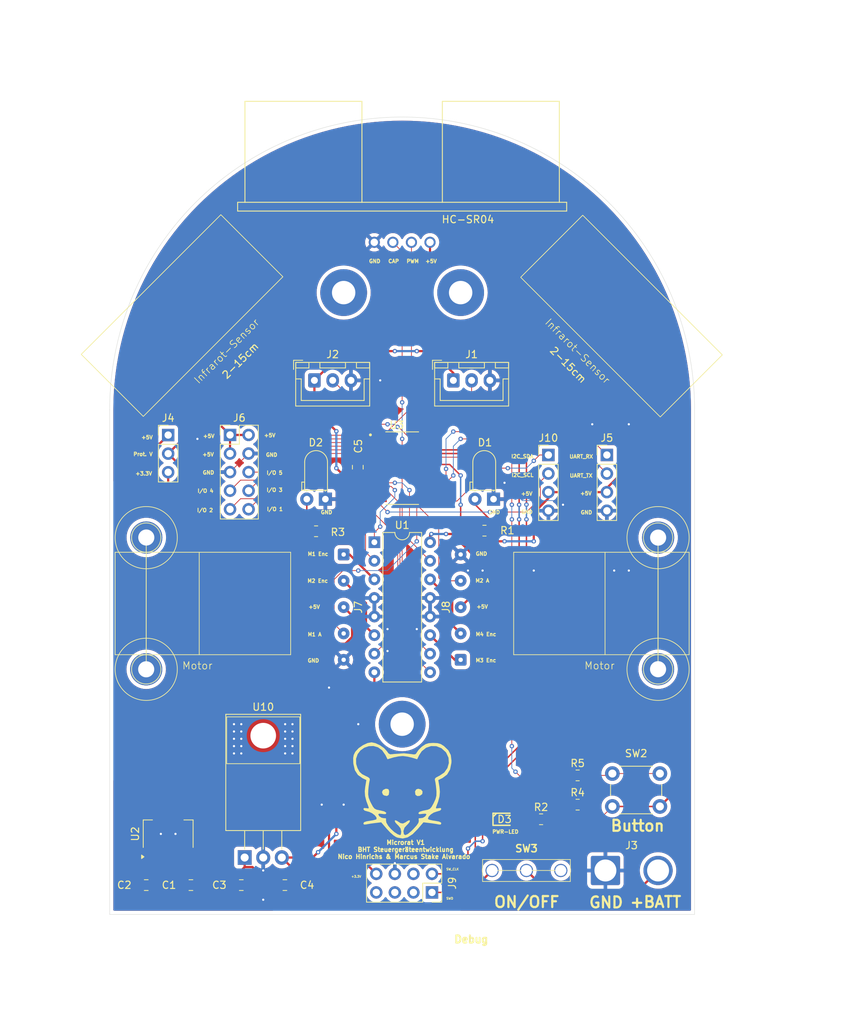
<source format=kicad_pcb>
(kicad_pcb (version 20240108) (generator "pcbnew") (generator_version "8.0")
  (layers (0 "F.Cu" signal) (31 "B.Cu" signal) (34 "B.Paste" user) (35 "F.Paste" user) (36 "B.SilkS" user "B.Silkscreen") (37 "F.SilkS" user "F.Silkscreen") (38 "B.Mask" user) (39 "F.Mask" user) (44 "Edge.Cuts" user))
  (net 0 "")
  (net 1 "Batt_out")
  (net 2 "GND")
  (net 3 "+5V")
  (net 4 "+6V")
  (net 5 "Net-(D1-A)")
  (net 6 "Net-(D2-A)")
  (net 7 "Net-(D3-A)")
  (net 8 "Infra_out1")
  (net 9 "Infra_out2")
  (net 10 "+BATT")
  (net 11 "UART_RX")
  (net 12 "UART_TX")
  (net 13 "Freedig1")
  (net 14 "Freedig3")
  (net 15 "Freedig2")
  (net 16 "Freedig5")
  (net 17 "Freedig4")
  (net 18 "I2C_SCL")
  (net 19 "I2C_SDA")
  (net 20 "M1 Enc")
  (net 21 "M2 Enc")
  (net 22 "M1 A")
  (net 23 "M3 Enc")
  (net 24 "M2 A")
  (net 25 "M4 Enc")
  (net 26 "Auge 2")
  (net 27 "Auge 1")
  (net 28 "Prot. Voltage")
  (net 29 "Input 1")
  (net 30 "Input 3")
  (net 31 "Input 2")
  (net 32 "PWM 1")
  (net 33 "Input 4")
  (net 34 "PWM 2")
  (net 37 "CAP")
  (net 40 "Net-(R4-Pad2)")
  (net 46 "PWM 3")
  (net 49 "SWD")
  (net 51 "+3.3V")
  (net 52 "SW_CLK")
  (net 55 "Button")
  (net 56 "unconnected-(U3-P2.10-Pad7)")
  (footprint "MountingHole:MountingHole_2.2mm_M2_Pad_TopBottom" (layer "F.Cu") (at 273.008574 169.4941)
    (property "Reference" "REF**" (hide yes))
    (property "Value" "MountingHole_2.2mm_M2_Pad_TopBottom" (hide yes))
  )
  (footprint "Connector_JST:JST_XH_B3B-XH-A_1x03_P2.50mm_Vertical" (layer "F.Cu") (at 226 148)
    (property "Reference" "J2")
    (property "Value" "Conn_01x03_Socket" (hide yes))
  )
  (footprint "Connector_PinHeader_2.54mm:PinHeader_1x04_P2.54mm_Vertical" (layer "F.Cu") (at 266 158.2)
    (property "Reference" "J5")
    (property "Value" "Conn_01x04_Pin" (hide yes))
  )
  (footprint "Library:Schiebeschalter" (layer "F.Cu") (at 255 215)
    (property "Reference" "SW3")
    (property "Value" "SW_SPDT" (hide yes))
  )
  (footprint "Button_Switch_THT:SW_PUSH_6mm_H4.3mm" (layer "F.Cu") (at 266.75 201.75)
    (property "Reference" "SW2")
    (property "Value" "SW_MEC_5E" (hide yes))
  )
  (footprint "150060GS75000:LEDC1608X80N" (layer "F.Cu") (at 252 208)
    (property "Reference" "D3")
    (property "Value" "LED")
  )
  (footprint "Library:Motor_Bracket" (layer "F.Cu") (at 278 177 -90)
    (property "Reference" "Motor")
    (property "Value" "Motor_Bracket" (hide yes))
  )
  (footprint "Resistor_SMD:R_0805_2012Metric_Pad1.20x1.40mm_HandSolder" (layer "F.Cu") (at 262 202)
    (property "Reference" "R5")
    (property "Value" "R10K" (hide yes))
  )
  (footprint "Library:Sharp" (layer "F.Cu") (at 273.303301 153 135)
    (property "Reference" "Infrarot-Sensor")
    (property "Value" "Sharp" (hide yes))
  )
  (footprint "Connector_Wire:SolderWire-0.1sqmm_1x05_P3.6mm_D0.4mm_OD1mm" (layer "F.Cu") (at 230 171.8 -90)
    (property "Reference" "J7")
    (property "Value" "Conn_01x05_Pin" (hide yes))
  )
  (footprint "Package_DIP:DIP-16_W7.62mm" (layer "F.Cu") (at 234.2 170.125)
    (property "Reference" "U1")
    (property "Value" "L293D" (hide yes))
  )
  (footprint "Capacitor_SMD:C_0805_2012Metric_Pad1.18x1.45mm_HandSolder" (layer "F.Cu") (at 221.9625 217 180)
    (property "Reference" "C4")
    (property "Value" "C0.1uF" (hide yes))
  )
  (footprint "MountingHole:MountingHole_2.2mm_M2_Pad_TopBottom" (layer "F.Cu") (at 273 187.485525)
    (property "Reference" "REF**" (hide yes))
    (property "Value" "MountingHole_2.2mm_M2_Pad_TopBottom" (hide yes))
  )
  (footprint "Package_TO_SOT_THT:TO-220-3_Horizontal_TabDown" (layer "F.Cu") (at 216.46 213.23)
    (property "Reference" "U10")
    (property "Value" "L7806" (hide yes))
  )
  (footprint "Capacitor_SMD:C_0805_2012Metric_Pad1.18x1.45mm_HandSolder" (layer "F.Cu") (at 203 217 180)
    (property "Reference" "C2")
    (property "Value" "C10uF" (hide yes))
  )
  (footprint "Connector_JST:JST_XH_B3B-XH-A_1x03_P2.50mm_Vertical" (layer "F.Cu") (at 245 148)
    (property "Reference" "J1")
    (property "Value" "Conn_01x03_Socket" (hide yes))
  )
  (footprint "Resistor_SMD:R_0805_2012Metric_Pad1.20x1.40mm_HandSolder" (layer "F.Cu") (at 257 208)
    (property "Reference" "R2")
    (property "Value" "R68" (hide yes))
  )
  (footprint "HC-SR04:XCVR_HC-SR04" (layer "F.Cu") (at 238 129.125 180)
    (property "Reference" "U4" (hide yes))
    (property "Value" "HC-SR04")
  )
  (footprint "Connector_Wire:SolderWire-2.5sqmm_1x02_P7.2mm_D2.4mm_OD3.6mm" (layer "F.Cu") (at 265.8 215)
    (property "Reference" "J3")
    (property "Value" "Conn_01x02_Pin" (hide yes))
  )
  (footprint "MountingHole:MountingHole_3.2mm_M3_Pad_TopBottom" (layer "F.Cu") (at 238 195)
    (property "Reference" "REF**" (hide yes))
    (property "Value" "MountingHole_3.2mm_M3_Pad_TopBottom" (hide yes))
  )
  (footprint "MountingHole:MountingHole_3.2mm_M3_Pad_TopBottom" (layer "F.Cu") (at 246 136)
    (property "Reference" "REF**" (hide yes))
    (property "Value" "MountingHole_3.2mm_M3_Pad_TopBottom" (hide yes))
  )
  (footprint "Connector_PinHeader_2.54mm:PinHeader_1x03_P2.54mm_Vertical" (layer "F.Cu") (at 206 155.475)
    (property "Reference" "J4")
    (property "Value" "Conn_01x03_Socket" (hide yes))
  )
  (footprint "Library:Motor_Bracket" (layer "F.Cu") (at 198 180 90)
    (property "Reference" "Motor")
    (property "Value" "Motor_Bracket" (hide yes))
  )
  (footprint "Connector_PinSocket_2.54mm:PinSocket_2x04_P2.54mm_Vertical" (layer "F.Cu") (at 242.079999 218 -90)
    (property "Reference" "J9")
    (property "Value" "Conn_02x04_Counter_Clockwise" (hide yes))
  )
  (footprint "LED_THT:LED_D3.0mm_Horizontal_O1.27mm_Z2.0mm" (layer "F.Cu") (at 227.499489 164.233924 180)
    (property "Reference" "D2")
    (property "Value" "LED Red" (hide yes))
  )
  (footprint "Resistor_SMD:R_0805_2012Metric_Pad1.20x1.40mm_HandSolder" (layer "F.Cu") (at 226.229231 168.626922 180)
    (property "Reference" "R3")
    (property "Value" "R128" (hide yes))
  )
  (footprint "XMC1402T038X0128AAXUMA1:SOP50P640X120-38N" (layer "F.Cu") (at 238 160)
    (property "Reference" "U3")
    (property "Value" "~")
  )
  (footprint "Connector_Wire:SolderWire-0.1sqmm_1x05_P3.6mm_D0.4mm_OD1mm" (layer "F.Cu") (at 246 186.2 90)
    (property "Reference" "J8")
    (property "Value" "Conn_01x05_Pin" (hide yes))
  )
  (footprint "ratlib:Marcus_Rat" (layer "F.Cu") (at 238.0249 204.062583)
    (property "Reference" "G***" (hide yes))
    (property "Value" "LOGO" (hide yes))
  )
  (footprint "Connector_PinHeader_2.54mm:PinHeader_1x04_P2.54mm_Vertical" (layer "F.Cu") (at 258 158.2)
    (property "Reference" "J10")
    (property "Value" "Conn_01x04_Socket" (hide yes))
  )
  (footprint "Library:Sharp" (layer "F.Cu") (at 221.688582 133.835306 -135)
    (property "Reference" "Infrarot-Sensor")
    (property "Value" "Sharp" (hide yes))
  )
  (footprint "Library:Kühlfläche" (layer "F.Cu") (at 214 194)
    (property "Reference" "REF**" (hide yes))
    (property "Value" "Kühlfläche")
  )
  (footprint "LED_THT:LED_D3.0mm_Horizontal_O1.27mm_Z2.0mm" (layer "F.Cu") (at 250.499489 164.233924 180)
    (property "Reference" "D1")
    (property "Value" "LED Red" (hide yes))
  )
  (footprint "MountingHole:MountingHole_3.2mm_M3_Pad_TopBottom" (layer "F.Cu") (at 230 136)
    (property "Reference" "REF**" (hide yes))
    (property "Value" "MountingHole_3.2mm_M3_Pad_TopBottom" (hide yes))
  )
  (footprint "Resistor_SMD:R_0805_2012Metric_Pad1.20x1.40mm_HandSolder" (layer "F.Cu") (at 249.256957 168.545081 180)
    (property "Reference" "R1")
    (property "Value" "R128" (hide yes))
  )
  (footprint "Capacitor_SMD:C_0805_2012Metric_Pad1.18x1.45mm_HandSolder" (layer "F.Cu") (at 216 217)
    (property "Reference" "C3")
    (property "Value" "C0.33uF" (hide yes))
  )
  (footprint "MountingHole:MountingHole_2.2mm_M2_Pad_TopBottom" (layer "F.Cu") (at 202.994283 187.496958)
    (property "Reference" "REF**" (hide yes))
    (property "Value" "MountingHole_2.2mm_M2_Pad_TopBottom" (hide yes))
  )
  (footprint "Connector_PinHeader_2.54mm:PinHeader_2x05_P2.54mm_Vertical" (layer "F.Cu") (at 214.46 155.46)
    (property "Reference" "J6")
    (property "Value" "Conn_02x05_Counter_Clockwise" (hide yes))
  )
  (footprint "Package_TO_SOT_SMD:SOT-223-3_TabPin2" (layer "F.Cu") (at 206 210 90)
    (property "Reference" "U2")
    (property "Value" "LD1117S50TR_SOT223" (hide yes))
  )
  (footprint "Capacitor_SMD:C_0805_2012Metric_Pad1.18x1.45mm_HandSolder" (layer "F.Cu") (at 209.109636 217)
    (property "Reference" "C1")
    (property "Value" "C100nF" (hide yes))
  )
  (footprint "Resistor_SMD:R_0805_2012Metric_Pad1.20x1.40mm_HandSolder" (layer "F.Cu") (at 262 206)
    (property "Reference" "R4")
    (property "Value" "R100" (hide yes))
  )
  (footprint "MountingHole:MountingHole_2.2mm_M2_Pad_TopBottom" (layer "F.Cu") (at 203.008574 169.481238)
    (property "Reference" "REF**" (hide yes))
    (property "Value" "MountingHole_2.2mm_M2_Pad_TopBottom" (hide yes))
  )
  (footprint "Capacitor_SMD:C_0805_2012Metric_Pad1.18x1.45mm_HandSolder" (layer "F.Cu") (at 231.932116 159.867213 -90)
    (property "Reference" "C5")
    (property "Value" "C100nF" (hide yes))
  )
  (gr_line (start 198 152) (end 198 221) (stroke (width 0.05)) (layer "Edge.Cuts"))
  (gr_arc (start 198 152) (mid 238 112) (end 278 152) (stroke (width 0.05)) (layer "Edge.Cuts"))
  (gr_line (start 278 221) (end 198 221) (stroke (width 0.05)) (layer "Edge.Cuts"))
  (gr_line (start 278 221) (end 278 152) (stroke (width 0.05)) (layer "Edge.Cuts"))
  (gr_text "ON/OFF " (at 250.40309 220.195094 0) (layer "F.SilkS") (effects (font (size 1.5 1.5) (thickness 0.3) (bold yes)) (justify left bottom)))
  (gr_text "+5V" (at 225.129382 179.258854 0) (layer "F.SilkS") (effects (font (size 0.5 0.5) (thickness 0.125)) (justify left bottom)))
  (gr_text "I/O 5" (at 219.395472 160.926898 0) (layer "F.SilkS") (effects (font (size 0.5 0.5) (thickness 0.125)) (justify left bottom)))
  (gr_text "I/O 3" (at 219.395472 163.270972 0) (layer "F.SilkS") (effects (font (size 0.5 0.5) (thickness 0.125)) (justify left bottom)))
  (gr_text "+5V" (at 254.197603 163.786151 0) (layer "F.SilkS") (effects (font (size 0.5 0.5) (thickness 0.125)) (justify left bottom)))
  (gr_text "+5V" (at 202.265645 156.081091 0) (layer "F.SilkS") (effects (font (size 0.5 0.5) (thickness 0.125)) (justify left bottom)))
  (gr_text "GND" (at 219.308655 158.474301 0) (layer "F.SilkS") (effects (font (size 0.5 0.5) (thickness 0.125)) (justify left bottom)))
  (gr_text "+5V" (at 262.293342 163.742742 0) (layer "F.SilkS") (effects (font (size 0.5 0.5) (thickness 0.125)) (justify left bottom)))
  (gr_text "CAP" (at 236.038526 132 0) (layer "F.SilkS") (effects (font (size 0.5 0.5) (thickness 0.125)) (justify left bottom)))
  (gr_text "GND" (at 263.413544 220.244274 0) (layer "F.SilkS") (effects (font (size 1.5 1.5) (thickness 0.3) (bold yes)) (justify left bottom)))
  (gr_text "GND" (at 226.813315 166.325565 0) (layer "F.SilkS") (effects (font (size 0.5 0.5) (thickness 0.125)) (justify left bottom)))
  (gr_text "Prot. V" (at 201.180425 158.381757 0) (layer "F.SilkS") (effects (font (size 0.5 0.5) (thickness 0.125)) (justify left bottom)))
  (gr_text "GND" (at 254.219307 166.282157 0) (layer "F.SilkS") (effects (font (size 0.5 0.5) (thickness 0.125)) (justify left bottom)))
  (gr_text "I/O 2" (at 209.883887 166.043408 0) (layer "F.SilkS") (effects (font (size 0.5 0.5) (thickness 0.125)) (justify left bottom)))
  (gr_text "2-15cm" (at 214 148 45) (layer "F.SilkS") (effects (font (size 1 1)) (justify left bottom)))
  (gr_text "I2C_SDA" (at 252.85193 158.685619 0) (layer "F.SilkS") (effects (font (size 0.5 0.5) (thickness 0.125)) (justify left bottom)))
  (gr_text "PWM" (at 238.541766 132 0) (layer "F.SilkS") (effects (font (size 0.5 0.5) (thickness 0.125)) (justify left bottom)))
  (gr_text "+5V" (at 219.048202 155.804661 0) (layer "F.SilkS") (effects (font (size 0.5 0.5) (thickness 0.125)) (justify left bottom)))
  (gr_text "SWD" (at 244 219 0) (layer "F.SilkS") (effects (font (size 0.3 0.3) (thickness 0.075)) (justify left bottom)))
  (gr_text "GND" (at 262.358455 166.34727 0) (layer "F.SilkS") (effects (font (size 0.5 0.5) (thickness 0.125)) (justify left bottom)))
  (gr_text "GND" (at 225.013625 186.59494 0) (layer "F.SilkS") (effects (font (size 0.5 0.5) (thickness 0.125)) (justify left bottom)))
  (gr_text "UART_RX" (at 260.817443 158.707323 0) (layer "F.SilkS") (effects (font (size 0.5 0.5) (thickness 0.125)) (justify left bottom)))
  (gr_text "GND" (at 249.752419 166.319928 0) (layer "F.SilkS") (effects (font (size 0.5 0.5) (thickness 0.125)) (justify left bottom)))
  (gr_text "2-15cm" (at 258 144 315) (layer "F.SilkS") (effects (font (size 1 1)) (justify left bottom)))
  (gr_text "GND" (at 233.405059 132 0) (layer "F.SilkS") (effects (font (size 0.5 0.5) (thickness 0.125)) (justify left bottom)))
  (gr_text "M2 Enc" (at 224.984686 175.699334 0) (layer "F.SilkS") (effects (font (size 0.5 0.5) (thickness 0.125)) (justify left bottom)))
  (gr_text "+5V" (at 210.708654 155.907456 0) (layer "F.SilkS") (effects (font (size 0.5 0.5) (thickness 0.125)) (justify left bottom)))
  (gr_text "I/O 1" (at 219.438881 165.897204 0) (layer "F.SilkS") (effects (font (size 0.5 0.5) (thickness 0.125)) (justify left bottom)))
  (gr_text "M1 Enc" (at 225.023302 172.029028 0) (layer "F.SilkS") (effects (font (size 0.5 0.5) (thickness 0.125)) (justify left bottom)))
  (gr_text "+5V" (at 241.117354 132 0) (layer "F.SilkS") (effects (font (size 0.5 0.5) (thickness 0.125)) (justify left bottom)))
  (gr_text "I2C_SCL" (at 252.895339 161.246737 0) (layer "F.SilkS") (effects (font (size 0.5 0.5) (thickness 0.125)) (justify left bottom)))
  (gr_text "M1 A" (at 225.023302 183.029028 0) (layer "F.SilkS") (effects (font (size 0.5 0.5) (thickness 0.125)) (justify left bottom)))
  (gr_text "Button" (at 266.358725 209.772455 0) (layer "F.SilkS") (effects (font (size 1.5 1.5) (thickness 0.3) (bold yes)) (justify left bottom)))
  (gr_text "UART_TX" (at 260.860852 161.31185 0) (layer "F.SilkS") (effects (font (size 0.5 0.5) (thickness 0.125)) (justify left bottom)))
  (gr_text "M2 A" (at 247.961384 175.670306 0) (layer "F.SilkS") (effects (font (size 0.5 0.5) (thickness 0.125)) (justify left bottom)))
  (gr_text "+3.3V" (at 201.462582 161.029693 0) (layer "F.SilkS") (effects (font (size 0.5 0.5) (thickness 0.125)) (justify left bottom)))
  (gr_text "Microrat V1\nBHT Steuergeräteentwicklung\nNico Hinrichs & Marcus Stake Alvarado " (at 238.480692 213.460585 0) (layer "F.SilkS") (effects (font (size 0.6 0.6)) (justify bottom)))
  (gr_text "+BATT" (at 269.005 220.189456 0) (layer "F.SilkS") (effects (font (size 1.5 1.5) (thickness 0.3) (bold yes)) (justify left bottom)))
  (gr_text "+5V" (at 210.621837 158.425166 0) (layer "F.SilkS") (effects (font (size 0.5 0.5) (thickness 0.125)) (justify left bottom)))
  (gr_text "Debug" (at 245 225 0) (layer "F.SilkS") (effects (font (size 1 1) (thickness 0.25) (bold yes)) (justify left bottom)))
  (gr_text "I/O 4" (at 209.949 163.395472 0) (layer "F.SilkS") (effects (font (size 0.5 0.5) (thickness 0.125)) (justify left bottom)))
  (gr_text "M4 Enc" (at 248 183 0) (layer "F.SilkS") (effects (font (size 0.5 0.5) (thickness 0.125)) (justify left bottom)))
  (gr_text "GND" (at 210.665245 160.899467 0) (layer "F.SilkS") (effects (font (size 0.5 0.5) (thickness 0.125)) (justify left bottom)))
  (gr_text "GND" (at 248 172 0) (layer "F.SilkS") (effects (font (size 0.5 0.5) (thickness 0.125)) (justify left bottom)))
  (gr_text "+5V" (at 248.10608 179.229826 0) (layer "F.SilkS") (effects (font (size 0.5 0.5) (thickness 0.125)) (justify left bottom)))
  (gr_text "+3.3V" (at 231 216 0) (layer "F.SilkS") (effects (font (size 0.3 0.3) (thickness 0.075)) (justify left bottom)))
  (gr_text "SW_CLK" (at 244 215 0) (layer "F.SilkS") (effects (font (size 0.3 0.3) (thickness 0.075)) (justify left bottom)))
  (gr_text "M3 Enc" (at 247.990323 186.565912 0) (layer "F.SilkS") (effects (font (size 0.5 0.5) (thickness 0.125)) (justify left bottom)))
  (gr_text "PWR-LED" (at 250.26909 210 0) (layer "F.SilkS") (effects (font (size 0.5 0.5) (thickness 0.125) (bold yes)) (justify left bottom)))
  (segment (start 219.9875 217.730456) (end 219.9875 216.9875) (width 0.3) (layer "F.Cu") (net 1))
  (segment (start 219.9875 216.9875) (end 217.53 214.53) (width 0.3) (layer "F.Cu") (net 1))
  (segment (start 245.3 220) (end 221 220) (width 0.3) (layer "F.Cu") (net 1))
  (segment (start 208.725 213.15) (end 208.3 213.15) (width 0.3) (layer "F.Cu") (net 1))
  (segment (start 220 217.742956) (end 219.9875 217.730456) (width 0.3) (layer "F.Cu") (net 1))
  (segment (start 212.575 217) (end 208.725 213.15) (width 0.3) (layer "F.Cu") (net 1))
  (segment (start 208.072136 217) (end 208.072136 213.377864) (width 0.3) (layer "F.Cu") (net 1))
  (segment (start 214.9625 217) (end 212.575 217) (width 0.3) (layer "F.Cu") (net 1))
  (segment (start 220 219) (end 220 217.742956) (width 0.3) (layer "F.Cu") (net 1))
  (segment (start 208.072136 213.377864) (end 208.3 213.15) (width 0.3) (layer "F.Cu") (net 1))
  (segment (start 250.3 215) (end 245.3 220) (width 0.3) (layer "F.Cu") (net 1))
  (segment (start 214.9625 217) (end 214.9625 216.0275) (width 0.3) (layer "F.Cu") (net 1))
  (segment (start 216.46 214.53) (end 216.46 213.23) (width 0.3) (layer "F.Cu") (net 1))
  (segment (start 221 220) (end 220 219) (width 0.3) (layer "F.Cu") (net 1))
  (segment (start 214.9625 216.0275) (end 216.46 214.53) (width 0.3) (layer "F.Cu") (net 1))
  (segment (start 217.53 214.53) (end 216.46 214.53) (width 0.3) (layer "F.Cu") (net 1))
  (segment (start 233.619714 158.829713) (end 231.932116 158.829713) (width 0.2) (layer "F.Cu") (net 2))
  (segment (start 235.06 159.44) (end 234.230001 159.44) (width 0.2) (layer "F.Cu") (net 2))
  (segment (start 250.499489 163.500511) (end 250.499489 164.233924) (width 0.1) (layer "F.Cu") (net 2))
  (segment (start 236.999999 215.46) (end 237 214) (width 0.2) (layer "F.Cu") (net 2))
  (segment (start 234.230001 159.44) (end 233.619714 158.829713) (width 0.2) (layer "F.Cu") (net 2))
  (segment (start 231.761829 159) (end 231.932116 158.829713) (width 0.2) (layer "F.Cu") (net 2))
  (segment (start 235.12 159.5) (end 235.06 159.44) (width 0.2) (layer "F.Cu") (net 2))
  (segment (start 214.46 160.539999) (end 212.933391 160.539999) (width 0.1) (layer "F.Cu") (net 2))
  (segment (start 214.46 160.539999) (end 217 158) (width 0.1) (layer "F.Cu") (net 2))
  (segment (start 212.915029 160.521637) (end 212.933391 160.539999) (width 0.1) (layer "F.Cu") (net 2))
  (segment (start 217 158) (end 219 158) (width 0.1) (layer "F.Cu") (net 2))
  (via (at 215 195) (size 0.6) (drill 0.3) (layers "F.Cu" "B.Cu") (net 2))
  (via (at 267 174) (size 0.6) (drill 0.3) (layers "F.Cu" "B.Cu") (net 2))
  (via (at 256 174) (size 0.6) (drill 0.3) (layers "F.Cu" "B.Cu") (net 2))
  (via (at 223 198) (size 0.6) (drill 0.3) (layers "F.Cu" "B.Cu") (net 2))
  (via (at 216 199) (size 0.6) (drill 0.3) (layers "F.Cu" "B.Cu") (net 2))
  (via (at 228 190) (size 0.6) (drill 0.3) (layers "F.Cu" "B.Cu") (net 2))
  (via (at 252 162) (size 0.6) (drill 0.3) (layers "F.Cu" "B.Cu") (net 2))
  (via (at 219 215) (size 0.6) (drill 0.3) (layers "F.Cu" "B.Cu") (net 2))
  (via (at 237 214) (size 0.6) (drill 0.3) (layers "F.Cu" "B.Cu") (net 2))
  (via (at 222 197) (size 0.6) (drill 0.3) (layers "F.Cu" "B.Cu") (net 2))
  (via (at 222 199) (size 0.6) (drill 0.3) (layers "F.Cu" "B.Cu") (net 2))
  (via (at 223 199) (size 0.6) (drill 0.3) (layers "F.Cu" "B.Cu") (net 2))
  (via (at 222 196) (size 0.6) (drill 0.3) (layers "F.Cu" "B.Cu") (net 2))
  (via (at 264 154) (size 0.6) (drill 0.3) (layers "F.Cu" "B.Cu") (net 2))
  (via (at 240 182) (size 0.6) (drill 0.3) (layers "F.Cu" "B.Cu") (net 2))
  (via (at 216 197) (size 0.6) (drill 0.3) (layers "F.Cu" "B.Cu") (net 2))
  (via (at 269 154) (size 0.6) (drill 0.3) (layers "F.Cu" "B.Cu") (net 2))
  (via (at 227 206) (size 0.6) (drill 0.3) (layers "F.Cu" "B.Cu") (net 2))
  (via (at 235 148) (size 0.6) (drill 0.3) (layers "F.Cu" "B.Cu") (net 2))
  (via (at 215 199) (size 0.6) (drill 0.3) (layers "F.Cu" "B.Cu") (net 2))
  (via (at 216 198) (size 0.6) (drill 0.3) (layers "F.Cu" "B.Cu") (net 2))
  (via (at 215 198) (size 0.6) (drill 0.3) (layers "F.Cu" "B.Cu") (net 2))
  (via (at 232 195) (size 0.6) (drill 0.3) (layers "F.Cu" "B.Cu") (net 2))
  (via (at 215 196) (size 0.6) (drill 0.3) (layers "F.Cu" "B.Cu") (net 2))
  (via (at 236 182) (size 0.6) (drill 0.3) (layers "F.Cu" "B.Cu") (net 2))
  (via (at 215 197) (size 0.6) (drill 0.3) (layers "F.Cu" "B.Cu") (net 2))
  (via (at 222 198) (size 0.6) (drill 0.3) (layers "F.Cu" "B.Cu") (net 2))
  (via (at 210 156) (size 0.6) (drill 0.3) (layers "F.Cu" "B.Cu") (net 2))
  (via (at 207 210) (size 0.6) (drill 0.3) (layers "F.Cu" "B.Cu") (net 2))
  (via (at 249 174) (size 0.6) (drill 0.3) (layers "F.Cu" "B.Cu") (net 2))
  (via (at 223 195) (size 0.6) (drill 0.3) (layers "F.Cu" "B.Cu") (net 2))
  (via (at 260 165) (size 0.6) (drill 0.3) (layers "F.Cu" "B.Cu") (net 2))
  (via (at 216 195) (size 0.6) (drill 0.3) (layers "F.Cu" "B.Cu") (net 2))
  (via (at 247 174) (size 0.6) (drill 0.3) (layers "F.Cu" "B.Cu") (net 2))
  (via (at 223 196) (size 0.6) (drill 0.3) (layers "F.Cu" "B.Cu") (net 2))
  (via (at 222 195) (size 0.6) (drill 0.3) (layers "F.Cu" "B.Cu") (net 2))
  (via (at 236 185) (size 0.6) (drill 0.3) (layers "F.Cu" "B.Cu") (net 2))
  (via (at 223 197) (size 0.6) (drill 0.3) (layers "F.Cu" "B.Cu") (net 2))
  (via (at 205 210) (size 0.6) (drill 0.3) (layers "F.Cu" "B.Cu") (net 2))
  (via (at 230 206) (size 0.6) (drill 0.3) (layers "F.Cu" "B.Cu") (net 2))
  (via (at 269 174) (size 0.6) (drill 0.3) (layers "F.Cu" "B.Cu") (net 2))
  (via (at 216 196) (size 0.6) (drill 0.3) (layers "F.Cu" "B.Cu") (net 2))
  (via (at 219 219) (size 0.6) (drill 0.3) (layers "F.Cu" "B.Cu") (net 2))
  (segment (start 259.431091 164.431091) (end 254.431091 164.431091) (width 0.1) (layer "B.Cu") (net 2))
  (segment (start 254.431091 164.431091) (end 252 162) (width 0.1) (layer "B.Cu") (net 2))
  (segment (start 260 165) (end 259.431091 164.431091) (width 0.1) (layer "B.Cu") (net 2))
  (segment (start 206.2625 155.475) (end 206 155.475) (width 0.3) (layer "F.Cu") (net 3))
  (segment (start 204.0375 217) (end 204.0375 215.1125) (width 0.3) (layer "F.Cu") (net 3))
  (segment (start 206 155.475) (end 203.7375 157.7375) (width 0.3) (layer "F.Cu") (net 3))
  (segment (start 203.7375 157.7375) (end 199 162.475) (width 0.3) (layer "F.Cu") (net 3))
  (segment (start 203.85 206.85) (end 206 206.85) (width 0.3) (layer "F.Cu") (net 3))
  (segment (start 199 202) (end 203.85 206.85) (width 0.3) (layer "F.Cu") (net 3))
  (segment (start 204.0375 215.1125) (end 206 213.15) (width 0.3) (layer "F.Cu") (net 3))
  (segment (start 199 162.475) (end 199 202) (width 0.3) (layer "F.Cu") (net 3))
  (segment (start 206 206.85) (end 206 213.15) (width 0.3) (layer "F.Cu") (net 3))
  (segment (start 234.2 190.8) (end 234.2 187.905) (width 0.3) (layer "F.Cu") (net 4))
  (segment (start 229 210) (end 229 196) (width 0.3) (layer "F.Cu") (net 4))
  (segment (start 223 214.69) (end 221.54 213.23) (width 0.3) (layer "F.Cu") (net 4))
  (segment (start 226.5 212.5) (end 225.77 213.23) (width 0.3) (layer "F.Cu") (net 4))
  (segment (start 229 196) (end 234.2 190.8) (width 0.3) (layer "F.Cu") (net 4))
  (segment (start 223 217) (end 223 214.69) (width 0.3) (layer "F.Cu") (net 4))
  (segment (start 225.77 213.23) (end 221.54 213.23) (width 0.3) (layer "F.Cu") (net 4))
  (via (at 226.5 212.5) (size 0.6) (drill 0.3) (layers "F.Cu" "B.Cu") (net 4))
  (via (at 229 210) (size 0.6) (drill 0.3) (layers "F.Cu" "B.Cu") (net 4))
  (segment (start 229 210) (end 226.5 212.5) (width 0.3) (layer "B.Cu") (net 4))
  (segment (start 250.256957 168.545081) (end 250.256957 167.256957) (width 0.2) (layer "F.Cu") (net 5))
  (segment (start 247.959489 164.959489) (end 247.959489 164.233924) (width 0.2) (layer "F.Cu") (net 5))
  (segment (start 250.256957 167.256957) (end 247.959489 164.959489) (width 0.2) (layer "F.Cu") (net 5))
  (segment (start 224.959489 164.233924) (end 224.959489 166.35718) (width 0.2) (layer "F.Cu") (net 6))
  (segment (start 224.959489 166.35718) (end 227.229231 168.626922) (width 0.2) (layer "F.Cu") (net 6))
  (segment (start 256 208) (end 252.4075 208) (width 0.1) (layer "F.Cu") (net 7))
  (segment (start 241.659999 156.5) (end 247.5 150.659999) (width 0.1) (layer "F.Cu") (net 8))
  (segment (start 240.88 156.5) (end 241.659999 156.5) (width 0.1) (layer "F.Cu") (net 8))
  (segment (start 247.5 150.659999) (end 247.5 148) (width 0.1) (layer "F.Cu") (net 8))
  (segment (start 237.488796 154.362818) (end 240.125978 157) (width 0.1) (layer "F.Cu") (net 9))
  (segment (start 234.5 154) (end 228.5 148) (width 0.1) (layer "F.Cu") (net 9))
  (segment (start 237.362818 154.362818) (end 237.488796 154.362818) (width 0.1) (layer "F.Cu") (net 9))
  (segment (start 240.125978 157) (end 240.88 157) (width 0.1) (layer "F.Cu") (net 9))
  (segment (start 236 154) (end 234.5 154) (width 0.1) (layer "F.Cu") (net 9))
  (via (at 236 154) (size 0.6) (drill 0.3) (layers "F.Cu" "B.Cu") (net 9))
  (via (at 237.362818 154.362818) (size 0.6) (drill 0.3) (layers "F.Cu" "B.Cu") (net 9))
  (segment (start 236 154) (end 237 154) (width 0.1) (layer "B.Cu") (net 9))
  (segment (start 237 154) (end 237.362818 154.362818) (width 0.1) (layer "B.Cu") (net 9))
  (segment (start 270 218) (end 258 218) (width 0.3) (layer "F.Cu") (net 10))
  (segment (start 273 215) (end 270 218) (width 0.3) (layer "F.Cu") (net 10))
  (segment (start 258 218) (end 255 215) (width 0.3) (layer "F.Cu") (net 10))
  (segment (start 244 161.117868) (end 244 160.1) (width 0.1) (layer "F.Cu") (net 11))
  (segment (start 242.617868 162.5) (end 244 161.117868) (width 0.1) (layer "F.Cu") (net 11))
  (segment (start 240.88 162.5) (end 242.617868 162.5) (width 0.1) (layer "F.Cu") (net 11))
  (segment (start 262.8 155) (end 266 158.2) (width 0.1) (layer "F.Cu") (net 11))
  (segment (start 245 155) (end 262.8 155) (width 0.1) (layer "F.Cu") (net 11))
  (via (at 245 155) (size 0.6) (drill 0.3) (layers "F.Cu" "B.Cu") (net 11))
  (via (at 244 160.1) (size 0.6) (drill 0.3) (layers "F.Cu" "B.Cu") (net 11))
  (segment (start 244 160.1) (end 244 156) (width 0.1) (layer "B.Cu") (net 11))
  (segment (start 244 156) (end 245 155) (width 0.1) (layer "B.Cu") (net 11))
  (segment (start 243 163) (end 240.88 163) (width 0.1) (layer "F.Cu") (net 12))
  (segment (start 245 161) (end 243 163) (width 0.1) (layer "F.Cu") (net 12))
  (segment (start 261.26 156) (end 266 160.74) (width 0.1) (layer "F.Cu") (net 12))
  (segment (start 246 156) (end 261.26 156) (width 0.1) (layer "F.Cu") (net 12))
  (via (at 245 161) (size 0.6) (drill 0.3) (layers "F.Cu" "B.Cu") (net 12))
  (via (at 246 156) (size 0.6) (drill 0.3) (layers "F.Cu" "B.Cu") (net 12))
  (segment (start 245 157) (end 246 156) (width 0.1) (layer "B.Cu") (net 12))
  (segment (start 245 161) (end 245 157) (width 0.1) (layer "B.Cu") (net 12))
  (segment (start 225.12 157.5) (end 217 165.62) (width 0.1) (layer "F.Cu") (net 13))
  (segment (start 235.12 157.5) (end 225.12 157.5) (width 0.1) (layer "F.Cu") (net 13))
  (segment (start 223.58 156.5) (end 217 163.08) (width 0.1) (layer "F.Cu") (net 14))
  (segment (start 235.12 156.5) (end 223.58 156.5) (width 0.1) (layer "F.Cu") (net 14))
  (segment (start 235.12 157) (end 225 157) (width 0.1) (layer "F.Cu") (net 15))
  (segment (start 215.9 164.18) (end 214.46 165.62) (width 0.1) (layer "F.Cu") (net 15))
  (segment (start 217.82 164.18) (end 215.9 164.18) (width 0.1) (layer "F.Cu") (net 15))
  (segment (start 225 157) (end 217.82 164.18) (width 0.1) (layer "F.Cu") (net 15))
  (segment (start 235.12 155.5) (end 223.5 155.5) (width 0.1) (layer "F.Cu") (net 16))
  (segment (start 223.5 155.5) (end 218.46 160.54) (width 0.1) (layer "F.Cu") (net 16))
  (segment (start 218.46 160.54) (end 217 160.54) (width 0.1) (layer "F.Cu") (net 16))
  (segment (start 235.12 156) (end 223.655736 156) (width 0.1) (layer "F.Cu") (net 17))
  (segment (start 223.655736 156) (end 218.015736 161.64) (width 0.1) (layer "F.Cu") (net 17))
  (segment (start 215.9 161.64) (end 214.46 163.08) (width 0.1) (layer "F.Cu") (net 17))
  (segment (start 218.015736 161.64) (end 215.9 161.64) (width 0.1) (layer "F.Cu") (net 17))
  (segment (start 256.9 161.84) (end 258 160.74) (width 0.1) (layer "F.Cu") (net 18))
  (segment (start 250 166) (end 255 166) (width 0.1) (layer "F.Cu") (net 18))
  (segment (start 255 166) (end 256.9 164.1) (width 0.1) (layer "F.Cu") (net 18))
  (segment (start 256.9 164.1) (end 256.9 161.84) (width 0.1) (layer "F.Cu") (net 18))
  (segment (start 236 166) (end 235.12 165.12) (width 0.1) (layer "F.Cu") (net 18))
  (segment (start 235.12 165.12) (end 235.12 164.5) (width 0.1) (layer "F.Cu") (net 18))
  (via (at 236 166) (size 0.6) (drill 0.3) (layers "F.Cu" "B.Cu") (net 18))
  (via (at 250 166) (size 0.6) (drill 0.3) (layers "F.Cu" "B.Cu") (net 18))
  (segment (start 236 166) (end 250 166) (width 0.1) (layer "B.Cu") (net 18))
  (segment (start 245.5 164.5) (end 250 160) (width 0.1) (layer "F.Cu") (net 19))
  (segment (start 256.8 158.2) (end 258 158.2) (width 0.1) (layer "F.Cu") (net 19))
  (segment (start 240.88 164.5) (end 245.5 164.5) (width 0.1) (layer "F.Cu") (net 19))
  (segment (start 256 159) (end 256.8 158.2) (width 0.1) (layer "F.Cu") (net 19))
  (segment (start 250 160) (end 252.45 160) (width 0.1) (layer "F.Cu") (net 19))
  (via (at 256 159) (size 0.6) (drill 0.3) (layers "F.Cu" "B.Cu") (net 19))
  (via (at 252.45 160) (size 0.6) (drill 0.3) (layers "F.Cu" "B.Cu") (net 19))
  (segment (start 252.45 160) (end 255 160) (width 0.1) (layer "B.Cu") (net 19))
  (segment (start 255 160) (end 256 159) (width 0.1) (layer "B.Cu") (net 19))
  (segment (start 230.795 171.8) (end 234.2 175.205) (width 0.3) (layer "F.Cu") (net 20))
  (segment (start 230 171.8) (end 230.795 171.8) (width 0.3) (layer "F.Cu") (net 20))
  (segment (start 233.05 181.675) (end 234.2 182.825) (width 0.3) (layer "F.Cu") (net 21))
  (segment (start 233.05 178.45) (end 233.05 181.675) (width 0.3) (layer "F.Cu") (net 21))
  (segment (start 230 175.4) (end 233.05 178.45) (width 0.3) (layer "F.Cu") (net 21))
  (segment (start 228.7 175.215075) (end 228.7 181.3) (width 0.1) (layer "F.Cu") (net 22))
  (segment (start 239.55 164.075978) (end 239.55 164.974264) (width 0.1) (layer "F.Cu") (net 22))
  (segment (start 240.125978 163.5) (end 239.55 164.075978) (width 0.1) (layer "F.Cu") (net 22))
  (segment (start 240 165.424264) (end 240 170) (width 0.1) (layer "F.Cu") (net 22))
  (segment (start 240.88 163.5) (end 240.125978 163.5) (width 0.1) (layer "F.Cu") (net 22))
  (segment (start 229.915075 174) (end 228.7 175.215075) (width 0.1) (layer "F.Cu") (net 22))
  (segment (start 228.7 181.3) (end 230 182.6) (width 0.1) (layer "F.Cu") (net 22))
  (segment (start 239.55 164.974264) (end 240 165.424264) (width 0.1) (layer "F.Cu") (net 22))
  (segment (start 232 174) (end 229.915075 174) (width 0.1) (layer "F.Cu") (net 22))
  (via (at 240 170) (size 0.6) (drill 0.3) (layers "F.Cu" "B.Cu") (net 22))
  (via (at 232 174) (size 0.6) (drill 0.3) (layers "F.Cu" "B.Cu") (net 22))
  (segment (start 240 170) (end 236 174) (width 0.1) (layer "B.Cu") (net 22))
  (segment (start 236 174) (end 232 174) (width 0.1) (layer "B.Cu") (net 22))
  (segment (start 246 186.2) (end 245.195 186.2) (width 0.3) (layer "F.Cu") (net 23))
  (segment (start 245.195 186.2) (end 241.82 182.825) (width 0.3) (layer "F.Cu") (net 23))
  (segment (start 243 168) (end 243 175) (width 0.1) (layer "F.Cu") (net 24))
  (segment (start 239.85 164.85) (end 243 168) (width 0.1) (layer "F.Cu") (net 24))
  (segment (start 243 175) (end 243.4 175.4) (width 0.1) (layer "F.Cu") (net 24))
  (segment (start 240.88 164) (end 240.100001 164) (width 0.1) (layer "F.Cu") (net 24))
  (segment (start 243.4 175.4) (end 246 175.4) (width 0.1) (layer "F.Cu") (net 24))
  (segment (start 239.85 164.250001) (end 239.85 164.85) (width 0.1) (layer "F.Cu") (net 24))
  (segment (start 240.100001 164) (end 239.85 164.250001) (width 0.1) (layer "F.Cu") (net 24))
  (segment (start 244.85 178.235) (end 241.82 175.205) (width 0.3) (layer "F.Cu") (net 25))
  (segment (start 244.85 181.45) (end 244.85 178.235) (width 0.3) (layer "F.Cu") (net 25))
  (segment (start 246 182.6) (end 244.85 181.45) (width 0.3) (layer "F.Cu") (net 25))
  (segment (start 246 165) (end 246 168) (width 0.2) (layer "F.Cu") (net 26))
  (segment (start 246.545081 168.545081) (end 248.256957 168.545081) (width 0.2) (layer "F.Cu") (net 26))
  (segment (start 240.88 159.5) (end 244.5 159.5) (width 0.2) (layer "F.Cu") (net 26))
  (segment (start 244.5 159.5) (end 246 161) (width 0.2) (layer "F.Cu") (net 26))
  (segment (start 246 168) (end 246.545081 168.545081) (width 0.2) (layer "F.Cu") (net 26))
  (via (at 246 165) (size 0.6) (drill 0.3) (layers "F.Cu" "B.Cu") (net 26))
  (via (at 246 161) (size 0.6) (drill 0.3) (layers "F.Cu" "B.Cu") (net 26))
  (segment (start 246 165) (end 246 161) (width 0.2) (layer "B.Cu") (net 26))
  (segment (start 223.022132 160.022132) (end 223.022132 166.419823) (width 0.1) (layer "F.Cu") (net 27))
  (segment (start 223.022132 166.419823) (end 225.229231 168.626922) (width 0.1) (layer "F.Cu") (net 27))
  (segment (start 235.112213 157.992213) (end 225.052051 157.992213) (width 0.1) (layer "F.Cu") (net 27))
  (segment (start 225.052051 157.992213) (end 223.022132 160.022132) (width 0.1) (layer "F.Cu") (net 27))
  (segment (start 235.12 158) (end 235.112213 157.992213) (width 0.1) (layer "F.Cu") (net 27))
  (segment (start 225 184) (end 223 182) (width 0.3) (layer "F.Cu") (net 28))
  (segment (start 256.5 144.5) (end 268 156) (width 0.3) (layer "F.Cu") (net 28))
  (segment (start 244 169) (end 244.826346 169) (width 0.3) (layer "F.Cu") (net 28))
  (segment (start 230 179) (end 231.15 180.15) (width 0.3) (layer "F.Cu") (net 28))
  (segment (start 273.25 206.25) (end 267.244974 206.25) (width 0.2) (layer "F.Cu") (net 28))
  (segment (start 212 153) (end 211.015 153) (width 0.3) (layer "F.Cu") (net 28))
  (segment (start 226 152) (end 225 153) (width 0.3) (layer "F.Cu") (net 28))
  (segment (start 248 172.173654) (end 250.173654 170) (width 0.3) (layer "F.Cu") (net 28))
  (segment (start 275 204.500001) (end 273.532843 205.967158) (width 0.3) (layer "F.Cu") (net 28))
  (segment (start 258 163.28) (end 266 163.28) (width 0.3) (layer "F.Cu") (net 28))
  (segment (start 248 172.173654) (end 248 177) (width 0.3) (layer "F.Cu") (net 28))
  (segment (start 230 144) (end 226 148) (width 0.3) (layer "F.Cu") (net 28))
  (segment (start 267.244974 206.25) (end 266.997487 206.002513) (width 0.2) (layer "F.Cu") (net 28))
  (segment (start 208 160.015) (end 206 158.015) (width 0.3) (layer "F.Cu") (net 28))
  (segment (start 245 148) (end 245 147) (width 0.3) (layer "F.Cu") (net 28))
  (segment (start 266.75 206.25) (end 265 208) (width 0.1) (layer "F.Cu") (net 28))
  (segment (start 242 144) (end 242.5 144.5) (width 0.3) (layer "F.Cu") (net 28))
  (segment (start 231.15 180.15) (end 231.15 183.076346) (width 0.3) (layer "F.Cu") (net 28))
  (segment (start 258 164.122943) (end 258 163.28) (width 0.3) (layer "F.Cu") (net 28))
  (segment (start 229.904713 160.904713) (end 231.932116 160.904713) (width 0.3) (layer "F.Cu") (net 28))
  (segment (start 230.226346 184) (end 225 184) (width 0.3) (layer "F.Cu") (net 28))
  (segment (start 268 193) (end 275 200) (width 0.3) (layer "F.Cu") (net 28))
  (segment (start 241.62 144) (end 240 144) (width 0.3) (layer "F.Cu") (net 28))
  (segment (start 244.826346 169) (end 248 172.173654) (width 0.3) (layer "F.Cu") (net 28))
  (segment (start 214.46 155.46) (end 212 153) (width 0.3) (layer "F.Cu") (net 28))
  (segment (start 214.46 155.46) (end 214.46 158) (width 0.3) (layer "F.Cu") (net 28))
  (segment (start 241.82 169.18) (end 242 169) (width 0.3) (layer "F.Cu") (net 28))
  (segment (start 241.82 170.125) (end 241.82 169.18) (width 0.3) (layer "F.Cu") (net 28))
  (segment (start 266 162.714315) (end 266 163.28) (width 0.3) (layer "F.Cu") (net 28))
  (segment (start 256 166.122943) (end 258 164.122943) (width 0.3) (layer "F.Cu") (net 28))
  (segment (start 237 144) (end 230 144) (width 0.3) (layer "F.Cu") (net 28))
  (segment (start 248 177) (end 246 179) (width 0.3) (layer "F.Cu") (net 28))
  (segment (start 242 144) (end 241.81 143.81) (width 0.3) (layer "F.Cu") (net 28))
  (segment (start 242.5 144.5) (end 256.5 144.5) (width 0.3) (layer "F.Cu") (net 28))
  (segment (start 250.173654 170) (end 252 170) (width 0.3) (layer "F.Cu") (net 28))
  (segment (start 265 208) (end 258 208) (width 0.1) (layer "F.Cu") (net 28))
  (segment (start 223 171) (end 220 168) (width 0.3) (layer "F.Cu") (net 28))
  (segment (start 220 168) (end 211 168) (width 0.3) (layer "F.Cu") (net 28))
  (segment (start 223 182) (end 223 171) (width 0.3) (layer "F.Cu") (net 28))
  (segment (start 275 200) (end 275 204.500001) (width 0.3) (layer "F.Cu") (net 28))
  (segment (start 232.836829 160) (end 231.932116 160.904713) (width 0.3) (layer "F.Cu") (net 28))
  (segment (start 268 156) (end 268 160) (width 0.3) (layer "F.Cu") (net 28))
  (segment (start 235.12 160) (end 232.836829 160) (width 0.3) (layer "F.Cu") (net 28))
  (segment (start 245 147) (end 242 144) (width 0.3) (layer "F.Cu") (net 28))
  (segment (start 227.05 153) (end 225 153) (width 0.3) (layer "F.Cu") (net 28))
  (segment (start 226 148) (end 226 152) (width 0.3) (layer "F.Cu") (net 28))
  (segment (start 241.81 143.81) (end 241.81 129.125) (width 0.3) (layer "F.Cu") (net 28))
  (segment (start 256 170) (end 256 166.122943) (width 0.3) (layer "F.Cu") (net 28))
  (segment (start 229 160) (end 229.904713 160.904713) (width 0.3) (layer "F.Cu") (net 28))
  (segment (start 211.015 153) (end 206 158.015) (width 0.3) (layer "F.Cu") (net 28))
  (segment (start 268 160) (end 268 160.714315) (width 0.3) (layer "F.Cu") (net 28))
  (segment (start 231.15 183.076346) (end 230.226346 184) (width 0.3) (layer "F.Cu") (net 28))
  (segment (start 225 153) (end 212 153) (width 0.3) (layer "F.Cu") (net 28))
  (segment (start 211 168) (end 208 165) (width 0.3) (layer "F.Cu") (net 28))
  (segment (start 214.46 155.46) (end 217 155.46) (width 0.3) (layer "F.Cu") (net 28))
  (segment (start 241.81 143.81) (end 241.62 144) (width 0.3) (layer "F.Cu") (net 28))
  (segment (start 268 160) (end 268 193) (width 0.3) (layer "F.Cu") (net 28))
  (segment (start 268 160.714315) (end 266 162.714315) (width 0.3) (layer "F.Cu") (net 28))
  (segment (start 208 165) (end 208 160.015) (width 0.3) (layer "F.Cu") (net 28))
  (segment (start 229 154.95) (end 227.05 153) (width 0.3) (layer "F.Cu") (net 28))
  (via (at 256 170) (size 0.6) (drill 0.3) (layers "F.Cu" "B.Cu") (net 28))
  (via (at 244 169) (size 0.6) (drill 0.3) (layers "F.Cu" "B.Cu") (net 28))
  (via (at 252 170) (size 0.6) (drill 0.3) (layers "F.Cu" "B.Cu") (net 28))
  (via (at 229 154.95) (size 0.6) (drill 0.3) (layers "F.Cu" "B.Cu") (net 28))
  (via (at 229 160) (size 0.6) (drill 0.3) (layers "F.Cu" "B.Cu") (net 28))
  (via (at 242 169) (size 0.6) (drill 0.3) (layers "F.Cu" "B.Cu") (net 28))
  (via (at 237 144) (size 0.6) (drill 0.3) (layers "F.Cu" "B.Cu") (net 28))
  (via (at 240 144) (size 0.6) (drill 0.3) (layers "F.Cu" "B.Cu") (net 28))
  (segment (start 242 169) (end 244 169) (width 0.3) (layer "B.Cu") (net 28))
  (segment (start 252 170) (end 256 170) (width 0.3) (layer "B.Cu") (net 28))
  (segment (start 238 144) (end 237 144) (width 0.3) (layer "B.Cu") (net 28))
  (segment (start 229 154.95) (end 229 160) (width 0.3) (layer "B.Cu") (net 28))
  (segment (start 240 144) (end 238 144) (width 0.3) (layer "B.Cu") (net 28))
  (segment (start 234.25 160.5) (end 233 161.75) (width 0.1) (layer "F.Cu") (net 29))
  (segment (start 233 161.75) (end 233 171.465) (width 0.1) (layer "F.Cu") (net 29))
  (segment (start 233 171.465) (end 234.2 172.665) (width 0.1) (layer "F.Cu") (net 29))
  (segment (start 235.12 160.5) (end 234.25 160.5) (width 0.1) (layer "F.Cu") (net 29))
  (segment (start 237.5 161) (end 238 161.5) (width 0.1) (layer "F.Cu") (net 30))
  (segment (start 238 181.545) (end 241.82 185.365) (width 0.1) (layer "F.Cu") (net 30))
  (segment (start 235.899999 161.5) (end 236.399999 161) (width 0.1) (layer "F.Cu") (net 30))
  (segment (start 238 161.5) (end 238 167) (width 0.1) (layer "F.Cu") (net 30))
  (segment (start 236.399999 161) (end 237.5 161) (width 0.1) (layer "F.Cu") (net 30))
  (segment (start 235.12 161.5) (end 235.899999 161.5) (width 0.1) (layer "F.Cu") (net 30))
  (segment (start 238 167) (end 238 181.545) (width 0.1) (layer "F.Cu") (net 30))
  (segment (start 237.4 169.4) (end 234 166) (width 0.1) (layer "F.Cu") (net 31))
  (segment (start 234 166) (end 234 161.340001) (width 0.1) (layer "F.Cu") (net 31))
  (segment (start 237.4 182.165) (end 237.4 169.4) (width 0.1) (layer "F.Cu") (net 31))
  (segment (start 234.2 185.365) (end 237.4 182.165) (width 0.1) (layer "F.Cu") (net 31))
  (segment (start 234 161.340001) (end 234.340001 161) (width 0.1) (layer "F.Cu") (net 31))
  (segment (start 234.340001 161) (end 235.12 161) (width 0.1) (layer "F.Cu") (net 31))
  (segment (start 235 168) (end 234.2 168.8) (width 0.1) (layer "F.Cu") (net 32))
  (segment (start 236.5 162.5) (end 237 163) (width 0.1) (layer "F.Cu") (net 32))
  (segment (start 235.12 162.5) (end 236.5 162.5) (width 0.1) (layer "F.Cu") (net 32))
  (segment (start 234.2 168.8) (end 234.2 170.125) (width 0.1) (layer "F.Cu") (net 32))
  (via (at 235 168) (size 0.6) (drill 0.3) (layers "F.Cu" "B.Cu") (net 32))
  (via (at 237 163) (size 0.6) (drill 0.3) (layers "F.Cu" "B.Cu") (net 32))
  (segment (start 235 168) (end 235 166) (width 0.1) (layer "B.Cu") (net 32))
  (segment (start 235 166) (end 237 164) (width 0.1) (layer "B.Cu") (net 32))
  (segment (start 237 164) (end 237 163) (width 0.1) (layer "B.Cu") (net 32))
  (segment (start 239 169.845) (end 241.82 172.665) (width 0.1) (layer "F.Cu") (net 33))
  (segment (start 235.899999 162) (end 237 162) (width 0.1) (layer "F.Cu") (net 33))
  (segment (start 239 163) (end 239 167) (width 0.1) (layer "F.Cu") (net 33))
  (segment (start 239 167) (end 239 169.845) (width 0.1) (layer "F.Cu") (net 33))
  (segment (start 235.12 162) (end 235.899999 162) (width 0.1) (layer "F.Cu") (net 33))
  (via (at 239 163) (size 0.6) (drill 0.3) (layers "F.Cu" "B.Cu") (net 33))
  (via (at 237 162) (size 0.6) (drill 0.3) (layers "F.Cu" "B.Cu") (net 33))
  (segment (start 238 162) (end 239 163) (width 0.1) (layer "B.Cu") (net 33))
  (segment (start 237 162) (end 238 162) (width 0.1) (layer "B.Cu") (net 33))
  (segment (start 235.984022 163.11) (end 237.7 164.825978) (width 0.1) (layer "F.Cu") (net 34))
  (segment (start 237.7 183.785) (end 241.82 187.905) (width 0.1) (layer "F.Cu") (net 34))
  (segment (start 237.7 164.825978) (end 237.7 183.785) (width 0.1) (layer "F.Cu") (net 34))
  (segment (start 235.23 163.11) (end 235.984022 163.11) (width 0.1) (layer "F.Cu") (net 34))
  (segment (start 235.12 163) (end 235.23 163.11) (width 0.1) (layer "F.Cu") (net 34))
  (segment (start 240.100001 159) (end 240.88 159) (width 0.1) (layer "F.Cu") (net 37))
  (segment (start 238 156.899999) (end 240.100001 159) (width 0.1) (layer "F.Cu") (net 37))
  (segment (start 236.73 129.125) (end 238 130.395) (width 0.1) (layer "F.Cu") (net 37))
  (segment (start 238 130.395) (end 238 151) (width 0.1) (layer "F.Cu") (net 37))
  (segment (start 238 156) (end 238 156.899999) (width 0.1) (layer "F.Cu") (net 37))
  (segment (start 237 129.395) (end 236.73 129.125) (width 0.1) (layer "F.Cu") (net 37))
  (via (at 238 151) (size 0.6) (drill 0.3) (layers "F.Cu" "B.Cu") (net 37))
  (via (at 238 156) (size 0.6) (drill 0.3) (layers "F.Cu" "B.Cu") (net 37))
  (segment (start 238 156) (end 238 151) (width 0.1) (layer "B.Cu") (net 37))
  (segment (start 263 206) (end 263 202) (width 0.1) (layer "F.Cu") (net 40))
  (segment (start 266.75 201.75) (end 266.25 201.75) (width 0.3) (layer "F.Cu") (net 40))
  (segment (start 266.5 202) (end 266.75 201.75) (width 0.1) (layer "F.Cu") (net 40))
  (segment (start 266.25 201.75) (end 266 202) (width 0.3) (layer "F.Cu") (net 40))
  (segment (start 263 202) (end 266.5 202) (width 0.1) (layer "F.Cu") (net 40))
  (segment (start 266.75 201.75) (end 273.25 201.75) (width 0.1) (layer "F.Cu") (net 40))
  (segment (start 236.199999 158.674023) (end 235.874022 159) (width 0.1) (layer "F.Cu") (net 46))
  (segment (start 235.874022 159) (end 235.12 159) (width 0.1) (layer "F.Cu") (net 46))
  (segment (start 239.27 129.125) (end 239.27 151.677818) (width 0.1) (layer "F.Cu") (net 46))
  (segment (start 239.27 151.677818) (end 236.199999 154.747819) (width 0.1) (layer "F.Cu") (net 46))
  (segment (start 236.199999 154.747819) (end 236.199999 158.674023) (width 0.1) (layer "F.Cu") (net 46))
  (segment (start 254 159) (end 253 158) (width 0.2) (layer "F.Cu") (net 49))
  (segment (start 253 158) (end 240.88 158) (width 0.2) (layer "F.Cu") (net 49))
  (segment (start 254 165) (end 254 159) (width 0.2) (layer "F.Cu") (net 49))
  (segment (start 248 204) (end 248 215) (width 0.2) (layer "F.Cu") (net 49))
  (segment (start 254 167) (end 254 198) (width 0.2) (layer "F.Cu") (net 49))
  (segment (start 245 218) (end 242.079999 218) (width 0.2) (layer "F.Cu") (net 49))
  (segment (start 248 215) (end 245 218) (width 0.2) (layer "F.Cu") (net 49))
  (segment (start 254 198) (end 248 204) (width 0.2) (layer "F.Cu") (net 49))
  (via (at 254 165) (size 0.6) (drill 0.3) (layers "F.Cu" "B.Cu") (net 49))
  (via (at 254 167) (size 0.6) (drill 0.3) (layers "F.Cu" "B.Cu") (net 49))
  (segment (start 254 165) (end 254 167) (width 0.2) (layer "B.Cu") (net 49))
  (segment (start 228 196) (end 206 174) (width 0.3) (layer "F.Cu") (net 51))
  (segment (start 232.999999 214) (end 234.459999 215.46) (width 0.3) (layer "F.Cu") (net 51))
  (segment (start 206 174) (end 206 160.554999) (width 0.3) (layer "F.Cu") (net 51))
  (segment (start 229 214) (end 228 213) (width 0.3) (layer "F.Cu") (net 51))
  (segment (start 228 213) (end 228 196) (width 0.3) (layer "F.Cu") (net 51))
  (segment (start 229 214) (end 232.999999 214) (width 0.3) (layer "F.Cu") (net 51))
  (segment (start 255 198.222182) (end 249 204.222182) (width 0.2) (layer "F.Cu") (net 52))
  (segment (start 255 167) (end 255 198.222182) (width 0.2) (layer "F.Cu") (net 52))
  (segment (start 245.54 215.46) (end 242.079999 215.46) (width 0.2) (layer "F.Cu") (net 52))
  (segment (start 254.5 157.5) (end 255 158) (width 0.2) (layer "F.Cu") (net 52))
  (segment (start 241.659999 157.5) (end 240.88 157.5) (width 0.1) (layer "F.Cu") (net 52))
  (segment (start 255 158) (end 255 164.981091) (width 0.2) (layer "F.Cu") (net 52))
  (segment (start 247 214) (end 245.54 215.46) (width 0.2) (layer "F.Cu") (net 52))
  (segment (start 247 212) (end 247 214) (width 0.2) (layer "F.Cu") (net 52))
  (segment (start 241.659999 157.5) (end 254.5 157.5) (width 0.2) (layer "F.Cu") (net 52))
  (segment (start 249 204.222182) (end 249 211) (width 0.2) (layer "F.Cu") (net 52))
  (via (at 247 212) (size 0.6) (drill 0.3) (layers "F.Cu" "B.Cu") (net 52))
  (via (at 255 164.981091) (size 0.6) (drill 0.3) (layers "F.Cu" "B.Cu") (net 52))
  (via (at 249 211) (size 0.6) (drill 0.3) (layers "F.Cu" "B.Cu") (net 52))
  (via (at 255 167) (size 0.6) (drill 0.3) (layers "F.Cu" "B.Cu") (net 52))
  (segment (start 248 211) (end 249 211) (width 0.2) (layer "B.Cu") (net 52))
  (segment (start 247 212) (end 248 211) (width 0.2) (layer "B.Cu") (net 52))
  (segment (start 255 167) (end 255 164.981091) (width 0.2) (layer "B.Cu") (net 52))
  (segment (start 253 159) (end 253 165) (width 0.1) (layer "F.Cu") (net 55))
  (segment (start 253 168) (end 253 198) (width 0.1) (layer "F.Cu") (net 55))
  (segment (start 253 167) (end 253 168) (width 0.1) (layer "F.Cu") (net 55))
  (segment (start 252.5 158.5) (end 253 159) (width 0.1) (layer "F.Cu") (net 55))
  (segment (start 240.88 158.5) (end 252.5 158.5) (width 0.1) (layer "F.Cu") (net 55))
  (segment (start 253.5 201.5) (end 258 206) (width 0.1) (layer "F.Cu") (net 55))
  (segment (start 258 206) (end 261 206) (width 0.1) (layer "F.Cu") (net 55))
  (via (at 253 165) (size 0.6) (drill 0.3) (layers "F.Cu" "B.Cu") (net 55))
  (via (at 253 198) (size 0.6) (drill 0.3) (layers "F.Cu" "B.Cu") (net 55))
  (via (at 253.5 201.5) (size 0.6) (drill 0.3) (layers "F.Cu" "B.Cu") (net 55))
  (via (at 253 167) (size 0.6) (drill 0.3) (layers "F.Cu" "B.Cu") (net 55))
  (segment (start 253.5 201.5) (end 253 201) (width 0.1) (layer "B.Cu") (net 55))
  (segment (start 253 165) (end 253 167) (width 0.1) (layer "B.Cu") (net 55))
  (segment (start 253 201) (end 253 198) (width 0.1) (layer "B.Cu") (net 55))
  (segment (start 235.12 158.5) (end 235.899999 158.5) (width 0.1) (layer "F.Cu") (net 56))
  (zone (net 2) (net_name "GND") (layer "F.Cu") (connect_pads (clearance 0.5)) (min_thickness 0.25) (fill yes (thermal_gap 0.5) (thermal_bridge_width 0.5))
    (polygon (pts (xy 191 100) (xy 287 100) (xy 287 228) (xy 190 226)))
  )
  (zone (net 2) (net_name "GND") (layer "B.Cu") (priority 1) (connect_pads (clearance 0.5)) (min_thickness 0.25) (fill yes (thermal_gap 0.5) (thermal_bridge_width 0.5))
    (polygon (pts (xy 183 236) (xy 299 236) (xy 295 96) (xy 184 97)))
  )
)
</source>
